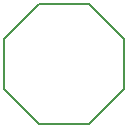
<source format=gko>
G04 DipTrace 2.4.0.2*
%INDRV2605L.gko*%
%MOMM*%
%ADD11C,0.14*%
%FSLAX53Y53*%
G04*
G71*
G90*
G75*
G01*
%LNBoardOutline*%
%LPD*%
X10008Y17208D2*
D11*
X12968Y20168D1*
X17208D1*
X20168Y17208D1*
Y12968D1*
X17208Y10008D1*
X12968D1*
X10008Y12968D1*
Y17208D1*
M02*

</source>
